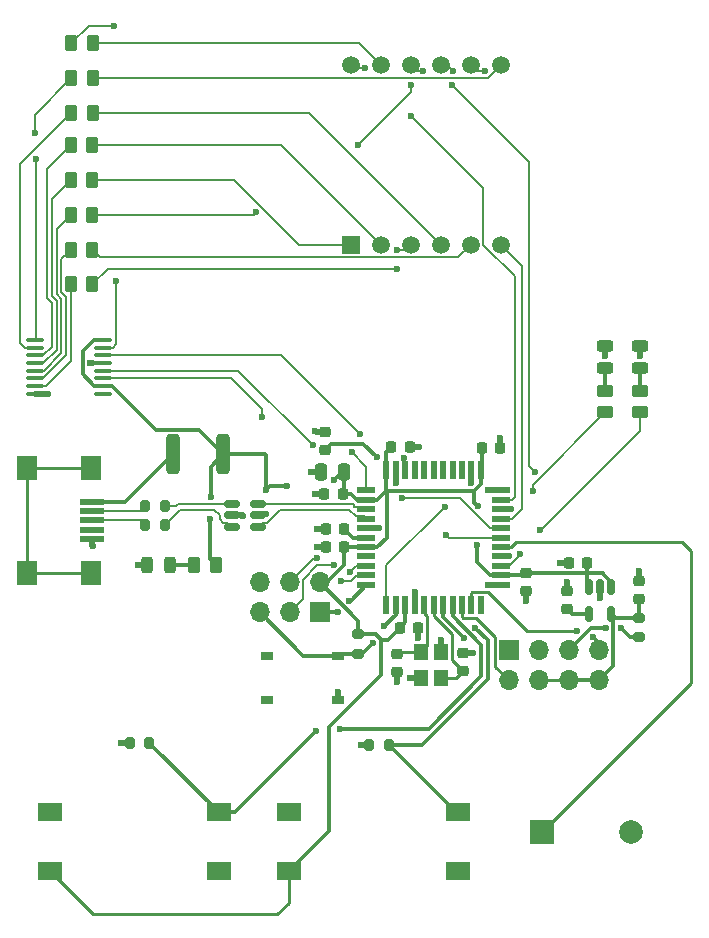
<source format=gbr>
%TF.GenerationSoftware,KiCad,Pcbnew,7.0.1*%
%TF.CreationDate,2023-04-20T13:04:28-06:00*%
%TF.ProjectId,Phase_B_Prototype,50686173-655f-4425-9f50-726f746f7479,rev?*%
%TF.SameCoordinates,Original*%
%TF.FileFunction,Copper,L1,Top*%
%TF.FilePolarity,Positive*%
%FSLAX46Y46*%
G04 Gerber Fmt 4.6, Leading zero omitted, Abs format (unit mm)*
G04 Created by KiCad (PCBNEW 7.0.1) date 2023-04-20 13:04:28*
%MOMM*%
%LPD*%
G01*
G04 APERTURE LIST*
G04 Aperture macros list*
%AMRoundRect*
0 Rectangle with rounded corners*
0 $1 Rounding radius*
0 $2 $3 $4 $5 $6 $7 $8 $9 X,Y pos of 4 corners*
0 Add a 4 corners polygon primitive as box body*
4,1,4,$2,$3,$4,$5,$6,$7,$8,$9,$2,$3,0*
0 Add four circle primitives for the rounded corners*
1,1,$1+$1,$2,$3*
1,1,$1+$1,$4,$5*
1,1,$1+$1,$6,$7*
1,1,$1+$1,$8,$9*
0 Add four rect primitives between the rounded corners*
20,1,$1+$1,$2,$3,$4,$5,0*
20,1,$1+$1,$4,$5,$6,$7,0*
20,1,$1+$1,$6,$7,$8,$9,0*
20,1,$1+$1,$8,$9,$2,$3,0*%
G04 Aperture macros list end*
%TA.AperFunction,SMDPad,CuDef*%
%ADD10RoundRect,0.225000X0.250000X-0.225000X0.250000X0.225000X-0.250000X0.225000X-0.250000X-0.225000X0*%
%TD*%
%TA.AperFunction,SMDPad,CuDef*%
%ADD11RoundRect,0.225000X0.225000X0.250000X-0.225000X0.250000X-0.225000X-0.250000X0.225000X-0.250000X0*%
%TD*%
%TA.AperFunction,SMDPad,CuDef*%
%ADD12RoundRect,0.225000X-0.225000X-0.250000X0.225000X-0.250000X0.225000X0.250000X-0.225000X0.250000X0*%
%TD*%
%TA.AperFunction,SMDPad,CuDef*%
%ADD13RoundRect,0.225000X-0.250000X0.225000X-0.250000X-0.225000X0.250000X-0.225000X0.250000X0.225000X0*%
%TD*%
%TA.AperFunction,SMDPad,CuDef*%
%ADD14RoundRect,0.243750X-0.243750X-0.456250X0.243750X-0.456250X0.243750X0.456250X-0.243750X0.456250X0*%
%TD*%
%TA.AperFunction,SMDPad,CuDef*%
%ADD15RoundRect,0.200000X0.200000X0.275000X-0.200000X0.275000X-0.200000X-0.275000X0.200000X-0.275000X0*%
%TD*%
%TA.AperFunction,ComponentPad*%
%ADD16R,1.700000X1.700000*%
%TD*%
%TA.AperFunction,ComponentPad*%
%ADD17O,1.700000X1.700000*%
%TD*%
%TA.AperFunction,SMDPad,CuDef*%
%ADD18RoundRect,0.250000X-0.262500X-0.450000X0.262500X-0.450000X0.262500X0.450000X-0.262500X0.450000X0*%
%TD*%
%TA.AperFunction,SMDPad,CuDef*%
%ADD19RoundRect,0.150000X-0.150000X0.512500X-0.150000X-0.512500X0.150000X-0.512500X0.150000X0.512500X0*%
%TD*%
%TA.AperFunction,SMDPad,CuDef*%
%ADD20RoundRect,0.250000X0.450000X-0.262500X0.450000X0.262500X-0.450000X0.262500X-0.450000X-0.262500X0*%
%TD*%
%TA.AperFunction,SMDPad,CuDef*%
%ADD21RoundRect,0.243750X-0.456250X0.243750X-0.456250X-0.243750X0.456250X-0.243750X0.456250X0.243750X0*%
%TD*%
%TA.AperFunction,SMDPad,CuDef*%
%ADD22RoundRect,0.200000X-0.275000X0.200000X-0.275000X-0.200000X0.275000X-0.200000X0.275000X0.200000X0*%
%TD*%
%TA.AperFunction,SMDPad,CuDef*%
%ADD23RoundRect,0.100000X-0.637500X-0.100000X0.637500X-0.100000X0.637500X0.100000X-0.637500X0.100000X0*%
%TD*%
%TA.AperFunction,SMDPad,CuDef*%
%ADD24R,1.500000X0.550000*%
%TD*%
%TA.AperFunction,SMDPad,CuDef*%
%ADD25R,0.550000X1.500000*%
%TD*%
%TA.AperFunction,SMDPad,CuDef*%
%ADD26RoundRect,0.250000X0.250000X0.475000X-0.250000X0.475000X-0.250000X-0.475000X0.250000X-0.475000X0*%
%TD*%
%TA.AperFunction,SMDPad,CuDef*%
%ADD27R,2.000000X1.500000*%
%TD*%
%TA.AperFunction,SMDPad,CuDef*%
%ADD28R,1.000000X0.700000*%
%TD*%
%TA.AperFunction,SMDPad,CuDef*%
%ADD29RoundRect,0.250000X-0.312500X-1.450000X0.312500X-1.450000X0.312500X1.450000X-0.312500X1.450000X0*%
%TD*%
%TA.AperFunction,SMDPad,CuDef*%
%ADD30RoundRect,0.200000X-0.200000X-0.275000X0.200000X-0.275000X0.200000X0.275000X-0.200000X0.275000X0*%
%TD*%
%TA.AperFunction,SMDPad,CuDef*%
%ADD31RoundRect,0.250000X0.262500X0.450000X-0.262500X0.450000X-0.262500X-0.450000X0.262500X-0.450000X0*%
%TD*%
%TA.AperFunction,SMDPad,CuDef*%
%ADD32R,1.200000X1.400000*%
%TD*%
%TA.AperFunction,SMDPad,CuDef*%
%ADD33RoundRect,0.150000X-0.512500X-0.150000X0.512500X-0.150000X0.512500X0.150000X-0.512500X0.150000X0*%
%TD*%
%TA.AperFunction,SMDPad,CuDef*%
%ADD34R,2.000000X0.500000*%
%TD*%
%TA.AperFunction,SMDPad,CuDef*%
%ADD35R,1.700000X2.000000*%
%TD*%
%TA.AperFunction,ComponentPad*%
%ADD36R,1.500000X1.500000*%
%TD*%
%TA.AperFunction,ComponentPad*%
%ADD37C,1.500000*%
%TD*%
%TA.AperFunction,ComponentPad*%
%ADD38R,2.000000X2.000000*%
%TD*%
%TA.AperFunction,ComponentPad*%
%ADD39C,2.000000*%
%TD*%
%TA.AperFunction,ViaPad*%
%ADD40C,0.600000*%
%TD*%
%TA.AperFunction,Conductor*%
%ADD41C,0.508000*%
%TD*%
%TA.AperFunction,Conductor*%
%ADD42C,0.203200*%
%TD*%
%TA.AperFunction,Conductor*%
%ADD43C,0.304800*%
%TD*%
%TA.AperFunction,Conductor*%
%ADD44C,0.200000*%
%TD*%
%TA.AperFunction,Conductor*%
%ADD45C,0.250000*%
%TD*%
G04 APERTURE END LIST*
D10*
%TO.P,C14,1*%
%TO.N,+3.3V*%
X166270000Y-105740000D03*
%TO.P,C14,2*%
%TO.N,GND*%
X166270000Y-104190000D03*
%TD*%
%TO.P,C13,1*%
%TO.N,Net-(U5-BP)*%
X160190000Y-106610000D03*
%TO.P,C13,2*%
%TO.N,GND*%
X160190000Y-105060000D03*
%TD*%
D11*
%TO.P,C12,1*%
%TO.N,+5V*%
X161855000Y-102710000D03*
%TO.P,C12,2*%
%TO.N,GND*%
X160305000Y-102710000D03*
%TD*%
D10*
%TO.P,C11,1*%
%TO.N,/AREF*%
X139660000Y-93145000D03*
%TO.P,C11,2*%
%TO.N,GND*%
X139660000Y-91595000D03*
%TD*%
D11*
%TO.P,C10,1*%
%TO.N,/UCAP*%
X141295000Y-99800000D03*
%TO.P,C10,2*%
%TO.N,GND*%
X139745000Y-99800000D03*
%TD*%
D12*
%TO.P,C9,1*%
%TO.N,+5V*%
X152930000Y-92930000D03*
%TO.P,C9,2*%
%TO.N,GND*%
X154480000Y-92930000D03*
%TD*%
%TO.P,C8,1*%
%TO.N,+5V*%
X145285000Y-92860000D03*
%TO.P,C8,2*%
%TO.N,GND*%
X146835000Y-92860000D03*
%TD*%
D13*
%TO.P,C7,1*%
%TO.N,+5V*%
X156710000Y-103560000D03*
%TO.P,C7,2*%
%TO.N,GND*%
X156710000Y-105110000D03*
%TD*%
D11*
%TO.P,C6,1*%
%TO.N,+5V*%
X141305000Y-101380000D03*
%TO.P,C6,2*%
%TO.N,GND*%
X139755000Y-101380000D03*
%TD*%
%TO.P,C5,1*%
%TO.N,+5V*%
X141165000Y-96830000D03*
%TO.P,C5,2*%
%TO.N,GND*%
X139615000Y-96830000D03*
%TD*%
D12*
%TO.P,C3,1*%
%TO.N,+5V*%
X145970000Y-108220000D03*
%TO.P,C3,2*%
%TO.N,GND*%
X147520000Y-108220000D03*
%TD*%
D10*
%TO.P,C2,1*%
%TO.N,XTAL1*%
X151360000Y-111870000D03*
%TO.P,C2,2*%
%TO.N,GND*%
X151360000Y-110320000D03*
%TD*%
D13*
%TO.P,C1,1*%
%TO.N,XTAL2*%
X145730000Y-110425000D03*
%TO.P,C1,2*%
%TO.N,GND*%
X145730000Y-111975000D03*
%TD*%
D14*
%TO.P,D3,1,K*%
%TO.N,GND*%
X124625000Y-102900000D03*
%TO.P,D3,2,A*%
%TO.N,Net-(D3-A)*%
X126500000Y-102900000D03*
%TD*%
D15*
%TO.P,R16,1*%
%TO.N,USB_CONN_D-*%
X126085000Y-97920000D03*
%TO.P,R16,2*%
%TO.N,Net-(J1-D-)*%
X124435000Y-97920000D03*
%TD*%
D16*
%TO.P,J3,1,MISO*%
%TO.N,MISO*%
X139200000Y-106890000D03*
D17*
%TO.P,J3,2,VCC*%
%TO.N,+5V*%
X139200000Y-104350000D03*
%TO.P,J3,3,SCK*%
%TO.N,SCK*%
X136660000Y-106890000D03*
%TO.P,J3,4,MOSI*%
%TO.N,MOSI*%
X136660000Y-104350000D03*
%TO.P,J3,5,~{RST}*%
%TO.N,RST*%
X134120000Y-106890000D03*
%TO.P,J3,6,GND*%
%TO.N,GND*%
X134120000Y-104350000D03*
%TD*%
D18*
%TO.P,R12,1*%
%TO.N,dp*%
X118147500Y-79120000D03*
%TO.P,R12,2*%
%TO.N,Net-(U1-DPX)*%
X119972500Y-79120000D03*
%TD*%
D19*
%TO.P,U5,1,VIN*%
%TO.N,+5V*%
X163910000Y-104712500D03*
%TO.P,U5,2,GND*%
%TO.N,GND*%
X162960000Y-104712500D03*
%TO.P,U5,3,ON/~{OFF}*%
%TO.N,+5V*%
X162010000Y-104712500D03*
%TO.P,U5,4,BP*%
%TO.N,Net-(U5-BP)*%
X162010000Y-106987500D03*
%TO.P,U5,5,VOUT*%
%TO.N,+3.3V*%
X163910000Y-106987500D03*
%TD*%
D20*
%TO.P,R4,1*%
%TO.N,GREEN_LED*%
X166350000Y-89942500D03*
%TO.P,R4,2*%
%TO.N,Net-(D2-A)*%
X166350000Y-88117500D03*
%TD*%
D21*
%TO.P,D2,1,K*%
%TO.N,GND*%
X166360000Y-84327500D03*
%TO.P,D2,2,A*%
%TO.N,Net-(D2-A)*%
X166360000Y-86202500D03*
%TD*%
D16*
%TO.P,J4,1,Pin_1*%
%TO.N,GND*%
X155240000Y-110110000D03*
D17*
%TO.P,J4,2,Pin_2*%
%TO.N,TX*%
X155240000Y-112650000D03*
%TO.P,J4,3,Pin_3*%
%TO.N,unconnected-(J4-Pin_3-Pad3)*%
X157780000Y-110110000D03*
%TO.P,J4,4,Pin_4*%
%TO.N,+3.3V*%
X157780000Y-112650000D03*
%TO.P,J4,5,Pin_5*%
%TO.N,Net-(J4-Pin_5)*%
X160320000Y-110110000D03*
%TO.P,J4,6,Pin_6*%
%TO.N,+3.3V*%
X160320000Y-112650000D03*
%TO.P,J4,7,Pin_7*%
%TO.N,RX*%
X162860000Y-110110000D03*
%TO.P,J4,8,Pin_8*%
%TO.N,+3.3V*%
X162860000Y-112650000D03*
%TD*%
D21*
%TO.P,D1,1,K*%
%TO.N,GND*%
X163360000Y-84337500D03*
%TO.P,D1,2,A*%
%TO.N,Net-(D1-A)*%
X163360000Y-86212500D03*
%TD*%
D22*
%TO.P,R13,1*%
%TO.N,+5V*%
X142460000Y-108725000D03*
%TO.P,R13,2*%
%TO.N,RST*%
X142460000Y-110375000D03*
%TD*%
D18*
%TO.P,R5,1*%
%TO.N,a*%
X118175000Y-58700000D03*
%TO.P,R5,2*%
%TO.N,Net-(U1-a)*%
X120000000Y-58700000D03*
%TD*%
%TO.P,R9,1*%
%TO.N,e*%
X118147500Y-70270000D03*
%TO.P,R9,2*%
%TO.N,Net-(U1-e)*%
X119972500Y-70270000D03*
%TD*%
%TO.P,R10,1*%
%TO.N,f*%
X118147500Y-73220000D03*
%TO.P,R10,2*%
%TO.N,Net-(U1-f)*%
X119972500Y-73220000D03*
%TD*%
D23*
%TO.P,U2,1,QB*%
%TO.N,b*%
X115137500Y-83825000D03*
%TO.P,U2,2,QC*%
%TO.N,c*%
X115137500Y-84475000D03*
%TO.P,U2,3,QD*%
%TO.N,d*%
X115137500Y-85125000D03*
%TO.P,U2,4,QE*%
%TO.N,e*%
X115137500Y-85775000D03*
%TO.P,U2,5,QF*%
%TO.N,f*%
X115137500Y-86425000D03*
%TO.P,U2,6,QG*%
%TO.N,g*%
X115137500Y-87075000D03*
%TO.P,U2,7,QH*%
%TO.N,dp*%
X115137500Y-87725000D03*
%TO.P,U2,8,GND*%
%TO.N,GND*%
X115137500Y-88375000D03*
%TO.P,U2,9,QH'*%
%TO.N,unconnected-(U2-QH'-Pad9)*%
X120862500Y-88375000D03*
%TO.P,U2,10,~{SRCLR}*%
%TO.N,+5V*%
X120862500Y-87725000D03*
%TO.P,U2,11,SRCLK*%
%TO.N,SH_CP*%
X120862500Y-87075000D03*
%TO.P,U2,12,RCLK*%
%TO.N,ST_CP*%
X120862500Y-86425000D03*
%TO.P,U2,13,~{OE}*%
%TO.N,GND*%
X120862500Y-85775000D03*
%TO.P,U2,14,SER*%
%TO.N,DS*%
X120862500Y-85125000D03*
%TO.P,U2,15,QA*%
%TO.N,a*%
X120862500Y-84475000D03*
%TO.P,U2,16,VCC*%
%TO.N,+5V*%
X120862500Y-83825000D03*
%TD*%
D24*
%TO.P,U3,1,PE6*%
%TO.N,SH_CP*%
X143160000Y-96550000D03*
%TO.P,U3,2,UVCC*%
%TO.N,+5V*%
X143160000Y-97350000D03*
%TO.P,U3,3,D-*%
%TO.N,USB_D-*%
X143160000Y-98150000D03*
%TO.P,U3,4,D+*%
%TO.N,USB_D+*%
X143160000Y-98950000D03*
%TO.P,U3,5,UGND*%
%TO.N,GND*%
X143160000Y-99750000D03*
%TO.P,U3,6,UCAP*%
%TO.N,/UCAP*%
X143160000Y-100550000D03*
%TO.P,U3,7,VBUS*%
%TO.N,+5V*%
X143160000Y-101350000D03*
%TO.P,U3,8,PB0*%
%TO.N,unconnected-(U3-PB0-Pad8)*%
X143160000Y-102150000D03*
%TO.P,U3,9,PB1*%
%TO.N,SCK*%
X143160000Y-102950000D03*
%TO.P,U3,10,PB2*%
%TO.N,MOSI*%
X143160000Y-103750000D03*
%TO.P,U3,11,PB3*%
%TO.N,MISO*%
X143160000Y-104550000D03*
D25*
%TO.P,U3,12,PB7*%
%TO.N,Dig3*%
X144860000Y-106250000D03*
%TO.P,U3,13,~{RESET}*%
%TO.N,RST*%
X145660000Y-106250000D03*
%TO.P,U3,14,VCC*%
%TO.N,+5V*%
X146460000Y-106250000D03*
%TO.P,U3,15,GND*%
%TO.N,GND*%
X147260000Y-106250000D03*
%TO.P,U3,16,XTAL2*%
%TO.N,XTAL2*%
X148060000Y-106250000D03*
%TO.P,U3,17,XTAL1*%
%TO.N,XTAL1*%
X148860000Y-106250000D03*
%TO.P,U3,18,PD0*%
%TO.N,Button_2*%
X149660000Y-106250000D03*
%TO.P,U3,19,PD1*%
%TO.N,Button_1*%
X150460000Y-106250000D03*
%TO.P,U3,20,PD2*%
%TO.N,TX*%
X151260000Y-106250000D03*
%TO.P,U3,21,PD3*%
%TO.N,RX*%
X152060000Y-106250000D03*
%TO.P,U3,22,PD5*%
%TO.N,unconnected-(U3-PD5-Pad22)*%
X152860000Y-106250000D03*
D24*
%TO.P,U3,23,GND*%
%TO.N,GND*%
X154560000Y-104550000D03*
%TO.P,U3,24,AVCC*%
%TO.N,+5V*%
X154560000Y-103750000D03*
%TO.P,U3,25,PD4*%
%TO.N,GREEN_LED*%
X154560000Y-102950000D03*
%TO.P,U3,26,PD6*%
%TO.N,Dig2*%
X154560000Y-102150000D03*
%TO.P,U3,27,PD7*%
%TO.N,Buzzer*%
X154560000Y-101350000D03*
%TO.P,U3,28,PB4*%
%TO.N,ST_CP*%
X154560000Y-100550000D03*
%TO.P,U3,29,PB5*%
%TO.N,DS*%
X154560000Y-99750000D03*
%TO.P,U3,30,PB6*%
%TO.N,Dig4*%
X154560000Y-98950000D03*
%TO.P,U3,31,PC6*%
%TO.N,RED_LED*%
X154560000Y-98150000D03*
%TO.P,U3,32,PC7*%
%TO.N,Dig1*%
X154560000Y-97350000D03*
%TO.P,U3,33,~{HWB}/PE2*%
%TO.N,GND*%
X154560000Y-96550000D03*
D25*
%TO.P,U3,34,VCC*%
%TO.N,+5V*%
X152860000Y-94850000D03*
%TO.P,U3,35,GND*%
%TO.N,GND*%
X152060000Y-94850000D03*
%TO.P,U3,36,PF7*%
%TO.N,unconnected-(U3-PF7-Pad36)*%
X151260000Y-94850000D03*
%TO.P,U3,37,PF6*%
%TO.N,unconnected-(U3-PF6-Pad37)*%
X150460000Y-94850000D03*
%TO.P,U3,38,PF5*%
%TO.N,unconnected-(U3-PF5-Pad38)*%
X149660000Y-94850000D03*
%TO.P,U3,39,PF4*%
%TO.N,unconnected-(U3-PF4-Pad39)*%
X148860000Y-94850000D03*
%TO.P,U3,40,PF1*%
%TO.N,unconnected-(U3-PF1-Pad40)*%
X148060000Y-94850000D03*
%TO.P,U3,41,PF0*%
%TO.N,unconnected-(U3-PF0-Pad41)*%
X147260000Y-94850000D03*
%TO.P,U3,42,AREF*%
%TO.N,/AREF*%
X146460000Y-94850000D03*
%TO.P,U3,43,GND*%
%TO.N,GND*%
X145660000Y-94850000D03*
%TO.P,U3,44,AVCC*%
%TO.N,+5V*%
X144860000Y-94850000D03*
%TD*%
D22*
%TO.P,R17,1*%
%TO.N,+3.3V*%
X166260000Y-107350000D03*
%TO.P,R17,2*%
%TO.N,Net-(J4-Pin_5)*%
X166260000Y-109000000D03*
%TD*%
D26*
%TO.P,C4,1*%
%TO.N,+5V*%
X141250000Y-94990000D03*
%TO.P,C4,2*%
%TO.N,GND*%
X139350000Y-94990000D03*
%TD*%
D18*
%TO.P,R11,1*%
%TO.N,g*%
X118147500Y-76170000D03*
%TO.P,R11,2*%
%TO.N,Net-(U1-g)*%
X119972500Y-76170000D03*
%TD*%
D15*
%TO.P,R1,1*%
%TO.N,Button_1*%
X124790000Y-117940000D03*
%TO.P,R1,2*%
%TO.N,GND*%
X123140000Y-117940000D03*
%TD*%
D27*
%TO.P,S1,A1,NO_1*%
%TO.N,unconnected-(S1-NO_1-PadA1)*%
X116400000Y-123800000D03*
%TO.P,S1,B1,NO_2*%
%TO.N,Button_1*%
X130700000Y-123800000D03*
%TO.P,S1,C1,COM_1*%
%TO.N,+5V*%
X116400000Y-128800000D03*
%TO.P,S1,D1,COM_2*%
%TO.N,unconnected-(S1-COM_2-PadD1)*%
X130700000Y-128800000D03*
%TD*%
D28*
%TO.P,S3,1*%
%TO.N,GND*%
X140760000Y-114275000D03*
%TO.P,S3,2*%
%TO.N,N/C*%
X134760000Y-114275000D03*
%TO.P,S3,3*%
%TO.N,RST*%
X140760000Y-110575000D03*
%TO.P,S3,4*%
%TO.N,N/C*%
X134760000Y-110575000D03*
%TD*%
D29*
%TO.P,F2,1*%
%TO.N,Net-(J1-VBUS)*%
X126762500Y-93500000D03*
%TO.P,F2,2*%
%TO.N,+5V*%
X131037500Y-93500000D03*
%TD*%
D18*
%TO.P,R6,1*%
%TO.N,b*%
X118175000Y-61650000D03*
%TO.P,R6,2*%
%TO.N,Net-(U1-b)*%
X120000000Y-61650000D03*
%TD*%
D30*
%TO.P,R15,1*%
%TO.N,Net-(J1-D+)*%
X124450000Y-99500000D03*
%TO.P,R15,2*%
%TO.N,USB_CONN_D+*%
X126100000Y-99500000D03*
%TD*%
D18*
%TO.P,R8,1*%
%TO.N,d*%
X118147500Y-67320000D03*
%TO.P,R8,2*%
%TO.N,Net-(U1-d)*%
X119972500Y-67320000D03*
%TD*%
D31*
%TO.P,R14,1*%
%TO.N,+5V*%
X130425000Y-102900000D03*
%TO.P,R14,2*%
%TO.N,Net-(D3-A)*%
X128600000Y-102900000D03*
%TD*%
D18*
%TO.P,R7,1*%
%TO.N,c*%
X118175000Y-64600000D03*
%TO.P,R7,2*%
%TO.N,Net-(U1-c)*%
X120000000Y-64600000D03*
%TD*%
D32*
%TO.P,Y1,1,1*%
%TO.N,XTAL1*%
X149460000Y-112450000D03*
%TO.P,Y1,2,2*%
%TO.N,GND*%
X149460000Y-110250000D03*
%TO.P,Y1,3,3*%
%TO.N,XTAL2*%
X147760000Y-110250000D03*
%TO.P,Y1,4,4*%
%TO.N,GND*%
X147760000Y-112450000D03*
%TD*%
D33*
%TO.P,U4,1,I/O1*%
%TO.N,USB_CONN_D-*%
X131755000Y-97730000D03*
%TO.P,U4,2,GND*%
%TO.N,GND*%
X131755000Y-98680000D03*
%TO.P,U4,3,I/O2*%
%TO.N,USB_CONN_D+*%
X131755000Y-99630000D03*
%TO.P,U4,4,I/O2*%
%TO.N,USB_D+*%
X134030000Y-99630000D03*
%TO.P,U4,5,VBUS*%
%TO.N,+5V*%
X134030000Y-98680000D03*
%TO.P,U4,6,I/O1*%
%TO.N,USB_D-*%
X134030000Y-97730000D03*
%TD*%
D34*
%TO.P,J1,1,VBUS*%
%TO.N,Net-(J1-VBUS)*%
X119975000Y-97500000D03*
%TO.P,J1,2,D-*%
%TO.N,Net-(J1-D-)*%
X119975000Y-98300000D03*
%TO.P,J1,3,D+*%
%TO.N,Net-(J1-D+)*%
X119975000Y-99100000D03*
%TO.P,J1,4,ID*%
%TO.N,unconnected-(J1-ID-Pad4)*%
X119975000Y-99900000D03*
%TO.P,J1,5,GND*%
%TO.N,GND*%
X119975000Y-100700000D03*
D35*
%TO.P,J1,6,Shield*%
%TO.N,unconnected-(J1-Shield-Pad6)*%
X119875000Y-94650000D03*
X114425000Y-94650000D03*
X119875000Y-103550000D03*
X114425000Y-103550000D03*
%TD*%
D36*
%TO.P,U1,1,e*%
%TO.N,Net-(U1-e)*%
X141850000Y-75777500D03*
D37*
%TO.P,U1,2,d*%
%TO.N,Net-(U1-d)*%
X144390000Y-75777500D03*
%TO.P,U1,3,DPX*%
%TO.N,Net-(U1-DPX)*%
X146930000Y-75777500D03*
%TO.P,U1,4,c*%
%TO.N,Net-(U1-c)*%
X149470000Y-75777500D03*
%TO.P,U1,5,g*%
%TO.N,Net-(U1-g)*%
X152010000Y-75777500D03*
%TO.P,U1,6,CA4*%
%TO.N,Dig4*%
X154550000Y-75777500D03*
%TO.P,U1,7,b*%
%TO.N,Net-(U1-b)*%
X154550000Y-60537500D03*
%TO.P,U1,8,CA3*%
%TO.N,Dig3*%
X152010000Y-60537500D03*
%TO.P,U1,9,CA2*%
%TO.N,Dig2*%
X149470000Y-60537500D03*
%TO.P,U1,10,f*%
%TO.N,Net-(U1-f)*%
X146930000Y-60537500D03*
%TO.P,U1,11,a*%
%TO.N,Net-(U1-a)*%
X144390000Y-60537500D03*
%TO.P,U1,12,CA1*%
%TO.N,Dig1*%
X141850000Y-60537500D03*
%TD*%
D20*
%TO.P,R3,1*%
%TO.N,RED_LED*%
X163400000Y-89942500D03*
%TO.P,R3,2*%
%TO.N,Net-(D1-A)*%
X163400000Y-88117500D03*
%TD*%
D15*
%TO.P,R2,1*%
%TO.N,Button_2*%
X145040000Y-118100000D03*
%TO.P,R2,2*%
%TO.N,GND*%
X143390000Y-118100000D03*
%TD*%
D27*
%TO.P,S2,A1,NO_1*%
%TO.N,unconnected-(S2-NO_1-PadA1)*%
X136600000Y-123800000D03*
%TO.P,S2,B1,NO_2*%
%TO.N,Button_2*%
X150900000Y-123800000D03*
%TO.P,S2,C1,COM_1*%
%TO.N,+5V*%
X136600000Y-128800000D03*
%TO.P,S2,D1,COM_2*%
%TO.N,unconnected-(S2-COM_2-PadD1)*%
X150900000Y-128800000D03*
%TD*%
D38*
%TO.P,LS1,1,1*%
%TO.N,Buzzer*%
X158000000Y-125500000D03*
D39*
%TO.P,LS1,2,2*%
%TO.N,GND*%
X165600000Y-125500000D03*
%TD*%
D40*
%TO.N,/AREF*%
X144030000Y-93770000D03*
X146318258Y-93779665D03*
%TO.N,GND*%
X147610000Y-92860000D03*
%TO.N,+5V*%
X136410000Y-96190000D03*
X140440000Y-95640000D03*
%TO.N,GND*%
X138500000Y-94980000D03*
X166270000Y-103420000D03*
X159550000Y-102730000D03*
X160180000Y-104300000D03*
X156710000Y-105890000D03*
%TO.N,+5V*%
X152573442Y-97866558D03*
X152540000Y-101151100D03*
%TO.N,GND*%
X153500000Y-104550000D03*
X149470000Y-109220000D03*
X153500000Y-96540000D03*
X166350000Y-85142500D03*
X138990000Y-99800000D03*
X162960000Y-105690000D03*
X154470000Y-92120000D03*
X142670000Y-118085000D03*
X145740000Y-112760000D03*
X138830000Y-91560000D03*
X145670000Y-95920000D03*
X152060000Y-95910000D03*
X146840000Y-112420000D03*
X163350000Y-85152500D03*
X132735000Y-98690000D03*
X119790000Y-85770000D03*
X119980000Y-101270000D03*
X138840000Y-96860000D03*
X122400000Y-117920000D03*
X138980000Y-101390000D03*
X140780000Y-113610000D03*
X116200000Y-88390000D03*
X147280000Y-105180000D03*
X152150000Y-110330000D03*
X123820000Y-102910000D03*
X147500000Y-109020000D03*
X144220000Y-99760000D03*
%TO.N,Button_1*%
X140960000Y-116790000D03*
X138920000Y-116930000D03*
%TO.N,Button_2*%
X151399137Y-109040863D03*
X152376064Y-108173936D03*
%TO.N,RED_LED*%
X157280000Y-96600000D03*
X155391694Y-98117776D03*
%TO.N,GREEN_LED*%
X157850000Y-99910000D03*
X156166823Y-101974500D03*
%TO.N,a*%
X122000000Y-78790000D03*
X121820000Y-57220000D03*
%TO.N,b*%
X115067458Y-66300000D03*
X115220000Y-68530000D03*
%TO.N,Net-(U1-f)*%
X142420000Y-67340000D03*
X147970000Y-61048900D03*
X133824958Y-73005042D03*
X146980000Y-62251100D03*
%TO.N,Net-(U1-DPX)*%
X145770000Y-77800000D03*
X145740000Y-76228000D03*
%TO.N,+5V*%
X129970000Y-97130500D03*
X134670000Y-96500000D03*
X134638744Y-98522330D03*
X129890000Y-98980000D03*
%TO.N,Dig3*%
X149800000Y-97930000D03*
X153168708Y-61048900D03*
%TO.N,Dig2*%
X150440000Y-62251100D03*
X155250415Y-102124501D03*
X157480000Y-95000000D03*
X150500000Y-61048900D03*
%TO.N,Dig1*%
X146920000Y-64830000D03*
X143040000Y-60820000D03*
%TO.N,SH_CP*%
X141910000Y-93300000D03*
X134350000Y-90380000D03*
%TO.N,ST_CP*%
X149930000Y-100330000D03*
X138605000Y-92745000D03*
%TO.N,DS*%
X142650000Y-91800000D03*
X146220000Y-97231700D03*
%TO.N,RST*%
X143740000Y-109440000D03*
X144680000Y-108073100D03*
%TO.N,MISO*%
X140779037Y-106850963D03*
X141660963Y-105889037D03*
%TO.N,SCK*%
X140400000Y-102900000D03*
X141775963Y-103435963D03*
%TO.N,MOSI*%
X139007130Y-102299069D03*
X141005963Y-104205963D03*
%TO.N,Net-(J4-Pin_5)*%
X163410500Y-108220000D03*
X164720000Y-108210000D03*
%TO.N,RX*%
X162365963Y-108985963D03*
X161004037Y-108504037D03*
%TD*%
D41*
%TO.N,GND*%
X145660000Y-95910000D02*
X145660000Y-94850000D01*
X145670000Y-95920000D02*
X145660000Y-95910000D01*
X138865000Y-91595000D02*
X138830000Y-91560000D01*
X139660000Y-91595000D02*
X138865000Y-91595000D01*
D42*
%TO.N,ST_CP*%
X132285000Y-86425000D02*
X120862500Y-86425000D01*
X138605000Y-92745000D02*
X132285000Y-86425000D01*
D41*
%TO.N,GND*%
X154480000Y-92930000D02*
X154480000Y-92130000D01*
X154480000Y-92130000D02*
X154470000Y-92120000D01*
D43*
%TO.N,+5V*%
X152930000Y-94780000D02*
X152860000Y-94850000D01*
X152930000Y-92930000D02*
X152930000Y-94780000D01*
%TO.N,/AREF*%
X146318258Y-94708258D02*
X146460000Y-94850000D01*
X146318258Y-93779665D02*
X146318258Y-94708258D01*
X140157400Y-92647600D02*
X142907600Y-92647600D01*
X142907600Y-92647600D02*
X144030000Y-93770000D01*
X139660000Y-93145000D02*
X140157400Y-92647600D01*
%TO.N,+5V*%
X144860000Y-93285000D02*
X144860000Y-94850000D01*
X145285000Y-92860000D02*
X144860000Y-93285000D01*
D41*
%TO.N,GND*%
X146835000Y-92860000D02*
X147610000Y-92860000D01*
D43*
%TO.N,+5V*%
X134980000Y-96190000D02*
X134670000Y-96500000D01*
X136410000Y-96190000D02*
X134980000Y-96190000D01*
X141090000Y-94990000D02*
X140440000Y-95640000D01*
X141250000Y-94990000D02*
X141090000Y-94990000D01*
X142369790Y-97350000D02*
X143160000Y-97350000D01*
X141165000Y-96830000D02*
X141849790Y-96830000D01*
X141849790Y-96830000D02*
X142369790Y-97350000D01*
X141250000Y-94990000D02*
X141250000Y-96745000D01*
X141250000Y-96745000D02*
X141165000Y-96830000D01*
D41*
%TO.N,GND*%
X138870000Y-96830000D02*
X138840000Y-96860000D01*
X139615000Y-96830000D02*
X138870000Y-96830000D01*
X139350000Y-94990000D02*
X138510000Y-94990000D01*
X138510000Y-94990000D02*
X138500000Y-94980000D01*
D44*
%TO.N,USB_D-*%
X142771397Y-97925000D02*
X142996397Y-98150000D01*
X142110000Y-97925000D02*
X142771397Y-97925000D01*
X142110000Y-97730000D02*
X142110000Y-97925000D01*
X134030000Y-97730000D02*
X142110000Y-97730000D01*
%TO.N,USB_D+*%
X142273631Y-98725000D02*
X142935000Y-98725000D01*
X134728896Y-99280000D02*
X135828895Y-98180001D01*
X134380000Y-99280000D02*
X134728896Y-99280000D01*
X142935000Y-98725000D02*
X143160000Y-98950000D01*
X135828895Y-98180001D02*
X141728632Y-98180001D01*
X134030000Y-99630000D02*
X134380000Y-99280000D01*
X141728632Y-98180001D02*
X142273631Y-98725000D01*
D43*
%TO.N,+5V*%
X139872633Y-104350000D02*
X139200000Y-104350000D01*
X141305000Y-101380000D02*
X141305000Y-102917633D01*
X141305000Y-102917633D02*
X139872633Y-104350000D01*
X143130000Y-101380000D02*
X143160000Y-101350000D01*
X141305000Y-101380000D02*
X143130000Y-101380000D01*
%TO.N,/UCAP*%
X142045000Y-100550000D02*
X143160000Y-100550000D01*
X141295000Y-99800000D02*
X142045000Y-100550000D01*
D41*
%TO.N,GND*%
X138990000Y-101380000D02*
X138980000Y-101390000D01*
X139755000Y-101380000D02*
X138990000Y-101380000D01*
X139745000Y-99800000D02*
X138990000Y-99800000D01*
D43*
%TO.N,RST*%
X145660000Y-107093100D02*
X145660000Y-106250000D01*
X144680000Y-108073100D02*
X145660000Y-107093100D01*
%TO.N,+5V*%
X144982633Y-109207367D02*
X144430000Y-109207367D01*
X145970000Y-108220000D02*
X144982633Y-109207367D01*
X146460000Y-107730000D02*
X146460000Y-106250000D01*
X145970000Y-108220000D02*
X146460000Y-107730000D01*
D45*
%TO.N,XTAL2*%
X148060000Y-106920000D02*
X148060000Y-106250000D01*
X148295000Y-109715000D02*
X148295000Y-107155000D01*
X148295000Y-107155000D02*
X148060000Y-106920000D01*
X147760000Y-110250000D02*
X148295000Y-109715000D01*
D41*
%TO.N,GND*%
X147520000Y-109000000D02*
X147500000Y-109020000D01*
X147520000Y-108220000D02*
X147520000Y-109000000D01*
D43*
%TO.N,+5V*%
X140000000Y-116589800D02*
X140000000Y-125400000D01*
X140000000Y-125400000D02*
X136600000Y-128800000D01*
X144430000Y-112159800D02*
X140000000Y-116589800D01*
X144430000Y-109207367D02*
X144430000Y-112159800D01*
X143947633Y-108725000D02*
X144430000Y-109207367D01*
X142460000Y-108725000D02*
X143947633Y-108725000D01*
D45*
%TO.N,XTAL2*%
X145905000Y-110250000D02*
X145730000Y-110425000D01*
X147760000Y-110250000D02*
X145905000Y-110250000D01*
D43*
%TO.N,RST*%
X142805000Y-110375000D02*
X142460000Y-110375000D01*
X143740000Y-109440000D02*
X142805000Y-110375000D01*
D41*
%TO.N,GND*%
X145740000Y-111985000D02*
X145730000Y-111975000D01*
X145740000Y-112760000D02*
X145740000Y-111985000D01*
X152140000Y-110320000D02*
X152150000Y-110330000D01*
X151360000Y-110320000D02*
X152140000Y-110320000D01*
D43*
%TO.N,Button_1*%
X152910000Y-109629800D02*
X150460000Y-107179800D01*
X152910000Y-112310000D02*
X152910000Y-109629800D01*
X148430000Y-116790000D02*
X152910000Y-112310000D01*
X150460000Y-107179800D02*
X150460000Y-106250000D01*
X140960000Y-116790000D02*
X148430000Y-116790000D01*
%TO.N,Button_2*%
X153420000Y-112513896D02*
X153420000Y-109217872D01*
X147833896Y-118100000D02*
X153420000Y-112513896D01*
X153420000Y-109217872D02*
X152376064Y-108173936D01*
X145040000Y-118100000D02*
X147833896Y-118100000D01*
D45*
%TO.N,XTAL1*%
X150385000Y-108701872D02*
X148860000Y-107176872D01*
X150385000Y-110895000D02*
X150385000Y-108701872D01*
X151360000Y-111870000D02*
X150385000Y-110895000D01*
X148860000Y-107176872D02*
X148860000Y-106250000D01*
X150780000Y-112450000D02*
X151360000Y-111870000D01*
X149460000Y-112450000D02*
X150780000Y-112450000D01*
D43*
%TO.N,+5V*%
X163171751Y-103590000D02*
X163306751Y-103725000D01*
X161855000Y-103590000D02*
X163171751Y-103590000D01*
X156710000Y-103560000D02*
X161825000Y-103560000D01*
X161825000Y-103560000D02*
X161855000Y-103590000D01*
X161855000Y-103590000D02*
X161855000Y-104557500D01*
X161855000Y-102710000D02*
X161855000Y-103590000D01*
X161855000Y-104557500D02*
X162010000Y-104712500D01*
%TO.N,Net-(U5-BP)*%
X160567500Y-106987500D02*
X160190000Y-106610000D01*
X162010000Y-106987500D02*
X160567500Y-106987500D01*
%TO.N,+3.3V*%
X164272500Y-107350000D02*
X163910000Y-106987500D01*
X166260000Y-107350000D02*
X164272500Y-107350000D01*
X166270000Y-107340000D02*
X166260000Y-107350000D01*
X166270000Y-105740000D02*
X166270000Y-107340000D01*
D45*
%TO.N,+5V*%
X163910000Y-104328249D02*
X163306751Y-103725000D01*
X163910000Y-104712500D02*
X163910000Y-104328249D01*
D43*
X162010000Y-104712500D02*
X162010000Y-104565000D01*
X156520000Y-103750000D02*
X156710000Y-103560000D01*
X154560000Y-103750000D02*
X156520000Y-103750000D01*
D41*
%TO.N,GND*%
X166270000Y-104190000D02*
X166270000Y-103420000D01*
X159570000Y-102710000D02*
X159550000Y-102730000D01*
X160305000Y-102710000D02*
X159570000Y-102710000D01*
X160190000Y-104310000D02*
X160180000Y-104300000D01*
X160190000Y-105060000D02*
X160190000Y-104310000D01*
X156710000Y-105110000D02*
X156710000Y-105890000D01*
D45*
%TO.N,Buzzer*%
X170640000Y-101680000D02*
X169870000Y-100910000D01*
X158000000Y-125500000D02*
X170640000Y-112860000D01*
X155405000Y-101350000D02*
X154560000Y-101350000D01*
X170640000Y-112860000D02*
X170640000Y-101680000D01*
X169870000Y-100910000D02*
X155845000Y-100910000D01*
X155845000Y-100910000D02*
X155405000Y-101350000D01*
D43*
%TO.N,Net-(J4-Pin_5)*%
X165510000Y-109000000D02*
X164720000Y-108210000D01*
%TO.N,+5V*%
X163910000Y-104289499D02*
X163910000Y-104712500D01*
D42*
%TO.N,SH_CP*%
X131726900Y-87075000D02*
X120862500Y-87075000D01*
X134350000Y-89698100D02*
X131726900Y-87075000D01*
X134350000Y-90380000D02*
X134350000Y-89698100D01*
%TO.N,b*%
X115067458Y-66300000D02*
X115067458Y-64757542D01*
X115067458Y-64757542D02*
X118175000Y-61650000D01*
D41*
%TO.N,GND*%
X149460000Y-109230000D02*
X149470000Y-109220000D01*
X149460000Y-110250000D02*
X149460000Y-109230000D01*
X146870000Y-112450000D02*
X147760000Y-112450000D01*
X146840000Y-112420000D02*
X146870000Y-112450000D01*
D42*
%TO.N,Dig3*%
X153168708Y-61048900D02*
X152521400Y-61048900D01*
X152521400Y-61048900D02*
X152010000Y-60537500D01*
D43*
%TO.N,+5V*%
X153630200Y-103750000D02*
X154560000Y-103750000D01*
X152540000Y-102659800D02*
X153630200Y-103750000D01*
X152540000Y-101151100D02*
X152540000Y-102659800D01*
X152312833Y-97605949D02*
X152573442Y-97866558D01*
X152312833Y-96579800D02*
X152312833Y-97605949D01*
D45*
%TO.N,unconnected-(J1-Shield-Pad6)*%
X119875000Y-103550000D02*
X114425000Y-103550000D01*
X114425000Y-103550000D02*
X114425000Y-94650000D01*
X119875000Y-94650000D02*
X114425000Y-94650000D01*
D42*
%TO.N,DS*%
X120862500Y-85125000D02*
X135975000Y-85125000D01*
X135975000Y-85125000D02*
X142650000Y-91800000D01*
%TO.N,Net-(U1-g)*%
X150958400Y-76829100D02*
X152010000Y-75777500D01*
X122139100Y-76829100D02*
X150958400Y-76829100D01*
X122130000Y-76820000D02*
X122139100Y-76829100D01*
X120622500Y-76820000D02*
X122130000Y-76820000D01*
X119972500Y-76170000D02*
X120622500Y-76820000D01*
D41*
%TO.N,GND*%
X119975000Y-101265000D02*
X119980000Y-101270000D01*
X119986526Y-85770000D02*
X119995526Y-85779000D01*
X116200000Y-88390000D02*
X116189000Y-88379000D01*
X132725000Y-98680000D02*
X132735000Y-98690000D01*
X116189000Y-88379000D02*
X115137500Y-88379000D01*
X152060000Y-94850000D02*
X152060000Y-95910000D01*
X142685000Y-118100000D02*
X142670000Y-118085000D01*
X147260000Y-105200000D02*
X147280000Y-105180000D01*
X131755000Y-98680000D02*
X132725000Y-98680000D01*
X119790000Y-85770000D02*
X119986526Y-85770000D01*
X166360000Y-85132500D02*
X166350000Y-85142500D01*
X140760000Y-113630000D02*
X140780000Y-113610000D01*
X154560000Y-104550000D02*
X153500000Y-104550000D01*
X166360000Y-84327500D02*
X166360000Y-85132500D01*
X124625000Y-102900000D02*
X123830000Y-102900000D01*
X123830000Y-102900000D02*
X123820000Y-102910000D01*
X154560000Y-96550000D02*
X153510000Y-96550000D01*
X119975000Y-100700000D02*
X119975000Y-101265000D01*
X163360000Y-84337500D02*
X163360000Y-85142500D01*
X140760000Y-114275000D02*
X140760000Y-113630000D01*
X143160000Y-99750000D02*
X144210000Y-99750000D01*
X123140000Y-117940000D02*
X122420000Y-117940000D01*
X144210000Y-99750000D02*
X144220000Y-99760000D01*
X143390000Y-118100000D02*
X142685000Y-118100000D01*
X122420000Y-117940000D02*
X122400000Y-117920000D01*
X147260000Y-106250000D02*
X147260000Y-105200000D01*
X162960000Y-104712500D02*
X162960000Y-105690000D01*
X153510000Y-96550000D02*
X153500000Y-96540000D01*
X163360000Y-85142500D02*
X163350000Y-85152500D01*
D43*
%TO.N,Net-(D1-A)*%
X163360000Y-88077500D02*
X163400000Y-88117500D01*
X163360000Y-86212500D02*
X163360000Y-88077500D01*
%TO.N,Net-(D2-A)*%
X166350000Y-86212500D02*
X166360000Y-86202500D01*
X166350000Y-88117500D02*
X166350000Y-86212500D01*
%TO.N,Button_1*%
X132050000Y-123800000D02*
X138920000Y-116930000D01*
X130650000Y-123800000D02*
X124790000Y-117940000D01*
X130700000Y-123800000D02*
X130650000Y-123800000D01*
X130700000Y-123800000D02*
X132050000Y-123800000D01*
%TO.N,Button_2*%
X149660000Y-107301726D02*
X149660000Y-106250000D01*
X150740000Y-123800000D02*
X145040000Y-118100000D01*
X150900000Y-123800000D02*
X150740000Y-123800000D01*
X151399137Y-109040863D02*
X149660000Y-107301726D01*
D42*
%TO.N,RED_LED*%
X157280000Y-96062500D02*
X163400000Y-89942500D01*
X154560000Y-98150000D02*
X155359470Y-98150000D01*
X157280000Y-96600000D02*
X157280000Y-96062500D01*
X155359470Y-98150000D02*
X155391694Y-98117776D01*
%TO.N,GREEN_LED*%
X157930791Y-99910000D02*
X166350000Y-91490791D01*
X157850000Y-99910000D02*
X157930791Y-99910000D01*
X156166823Y-102058177D02*
X156166823Y-101974500D01*
X166350000Y-91490791D02*
X166350000Y-89942500D01*
X154560000Y-102950000D02*
X155275000Y-102950000D01*
X155275000Y-102950000D02*
X156166823Y-102058177D01*
%TO.N,a*%
X119655000Y-57220000D02*
X121820000Y-57220000D01*
X122000000Y-78790000D02*
X122000000Y-84180000D01*
X118175000Y-58700000D02*
X119655000Y-57220000D01*
X122000000Y-84180000D02*
X121705000Y-84475000D01*
X121705000Y-84475000D02*
X120862500Y-84475000D01*
%TO.N,Net-(U1-a)*%
X120000000Y-58700000D02*
X142552500Y-58700000D01*
X142552500Y-58700000D02*
X144390000Y-60537500D01*
%TO.N,b*%
X115220000Y-68530000D02*
X115220000Y-83742500D01*
X115220000Y-83742500D02*
X115137500Y-83825000D01*
%TO.N,Net-(U1-b)*%
X153437500Y-61650000D02*
X154550000Y-60537500D01*
X120000000Y-61650000D02*
X153437500Y-61650000D01*
%TO.N,c*%
X118175000Y-64600000D02*
X113860000Y-68915000D01*
X113860000Y-68915000D02*
X113860000Y-84080000D01*
X113860000Y-84080000D02*
X114255000Y-84475000D01*
X114255000Y-84475000D02*
X115137500Y-84475000D01*
%TO.N,Net-(U1-c)*%
X138292500Y-64600000D02*
X149470000Y-75777500D01*
X120000000Y-64600000D02*
X138292500Y-64600000D01*
%TO.N,d*%
X116534700Y-84383248D02*
X115792948Y-85125000D01*
X118147500Y-67320000D02*
X116123800Y-69343700D01*
X116534700Y-80710410D02*
X116534700Y-84383248D01*
X115792948Y-85125000D02*
X115137500Y-85125000D01*
X116123800Y-80299510D02*
X116534700Y-80710410D01*
X116123800Y-69343700D02*
X116123800Y-80299510D01*
%TO.N,Net-(U1-d)*%
X119972500Y-67320000D02*
X135932500Y-67320000D01*
X135932500Y-67320000D02*
X144390000Y-75777500D01*
%TO.N,e*%
X118147500Y-70270000D02*
X116527000Y-71890500D01*
X116527000Y-80132500D02*
X116937900Y-80543400D01*
X116937900Y-80543400D02*
X116937900Y-84632100D01*
X116937900Y-84632100D02*
X115795000Y-85775000D01*
X115795000Y-85775000D02*
X115137500Y-85775000D01*
X116527000Y-71890500D02*
X116527000Y-80132500D01*
%TO.N,Net-(U1-e)*%
X137447500Y-75777500D02*
X141850000Y-75777500D01*
X119972500Y-70270000D02*
X131940000Y-70270000D01*
X131940000Y-70270000D02*
X137447500Y-75777500D01*
%TO.N,f*%
X116930200Y-79965490D02*
X117341100Y-80376390D01*
X116930200Y-74437300D02*
X116930200Y-79965490D01*
X117341100Y-80376390D02*
X117341100Y-84958690D01*
X117341100Y-84958690D02*
X115874790Y-86425000D01*
X115874790Y-86425000D02*
X115137500Y-86425000D01*
X118147500Y-73220000D02*
X116930200Y-74437300D01*
%TO.N,Net-(U1-f)*%
X147441400Y-61048900D02*
X146930000Y-60537500D01*
X119972500Y-73220000D02*
X133610000Y-73220000D01*
X146980000Y-62780000D02*
X146980000Y-62251100D01*
X147970000Y-61048900D02*
X147441400Y-61048900D01*
X133610000Y-73220000D02*
X133824958Y-73005042D01*
X146930000Y-62830000D02*
X146980000Y-62780000D01*
X142420000Y-67340000D02*
X146930000Y-62830000D01*
%TO.N,g*%
X117744300Y-85125700D02*
X115795000Y-87075000D01*
X115795000Y-87075000D02*
X115137500Y-87075000D01*
X117333400Y-76984100D02*
X117333400Y-79798480D01*
X117744300Y-80209380D02*
X117744300Y-85125700D01*
X117333400Y-79798480D02*
X117744300Y-80209380D01*
X118147500Y-76170000D02*
X117333400Y-76984100D01*
%TO.N,dp*%
X118147500Y-85591709D02*
X116014209Y-87725000D01*
X118147500Y-79120000D02*
X118147500Y-85591709D01*
X116014209Y-87725000D02*
X115137500Y-87725000D01*
%TO.N,Net-(U1-DPX)*%
X119972500Y-79120000D02*
X121292500Y-77800000D01*
X121292500Y-77800000D02*
X145770000Y-77800000D01*
X146479500Y-76228000D02*
X146930000Y-75777500D01*
X145740000Y-76228000D02*
X146479500Y-76228000D01*
D43*
%TO.N,+5V*%
X120135210Y-87725000D02*
X119137600Y-86727390D01*
X144872400Y-100567400D02*
X144089800Y-101350000D01*
X144089800Y-101350000D02*
X143160000Y-101350000D01*
X125312390Y-91447600D02*
X121589790Y-87725000D01*
X121589790Y-87725000D02*
X120862500Y-87725000D01*
X144860000Y-96579800D02*
X144089800Y-97350000D01*
X152860000Y-96032633D02*
X152860000Y-94850000D01*
X142460000Y-107610000D02*
X139200000Y-104350000D01*
X120085000Y-83825000D02*
X120862500Y-83825000D01*
X144872400Y-96592200D02*
X144872400Y-100567400D01*
X134670000Y-96500000D02*
X134670000Y-93550000D01*
X129970000Y-94567500D02*
X131037500Y-93500000D01*
X130425000Y-102900000D02*
X129890000Y-102365000D01*
X144860000Y-94850000D02*
X144860000Y-96579800D01*
D45*
X135620000Y-132440000D02*
X136600000Y-131460000D01*
D43*
X131037500Y-93500000D02*
X134620000Y-93500000D01*
D45*
X120040000Y-132440000D02*
X135620000Y-132440000D01*
D43*
X129890000Y-102365000D02*
X129890000Y-98980000D01*
X125312390Y-91447600D02*
X128985100Y-91447600D01*
X134670000Y-93550000D02*
X134620000Y-93500000D01*
X128985100Y-91447600D02*
X131037500Y-93500000D01*
X134481074Y-98680000D02*
X134638744Y-98522330D01*
X119137600Y-86727390D02*
X119137600Y-84772400D01*
X119137600Y-84772400D02*
X120085000Y-83825000D01*
D45*
X116400000Y-128800000D02*
X120040000Y-132440000D01*
D43*
X142460000Y-108725000D02*
X142460000Y-107610000D01*
X134030000Y-98680000D02*
X134481074Y-98680000D01*
X120862500Y-87725000D02*
X120135210Y-87725000D01*
X152312833Y-96579800D02*
X152860000Y-96032633D01*
X144860000Y-96579800D02*
X144872400Y-96592200D01*
X144089800Y-97350000D02*
X143160000Y-97350000D01*
X129970000Y-97130500D02*
X129970000Y-94567500D01*
D45*
X136600000Y-131460000D02*
X136600000Y-128800000D01*
D43*
X144860000Y-96579800D02*
X152312833Y-96579800D01*
D42*
%TO.N,Dig4*%
X156350000Y-77577500D02*
X156350000Y-98113200D01*
X154550000Y-75777500D02*
X156350000Y-77577500D01*
X155513200Y-98950000D02*
X154560000Y-98950000D01*
X156350000Y-98113200D02*
X155513200Y-98950000D01*
%TO.N,Dig3*%
X149800000Y-97930000D02*
X144860000Y-102870000D01*
X144860000Y-102870000D02*
X144860000Y-106250000D01*
%TO.N,Dig2*%
X155250415Y-102124501D02*
X154585499Y-102124501D01*
X156951600Y-94471600D02*
X157480000Y-95000000D01*
X149988600Y-60537500D02*
X150500000Y-61048900D01*
X149470000Y-60537500D02*
X149988600Y-60537500D01*
X154585499Y-102124501D02*
X154560000Y-102150000D01*
X150440000Y-62251100D02*
X156951600Y-68762700D01*
X156951600Y-68762700D02*
X156951600Y-94471600D01*
%TO.N,Dig1*%
X155727657Y-78442344D02*
X153061600Y-75776287D01*
X155727657Y-97101972D02*
X155727657Y-78442344D01*
X142132500Y-60820000D02*
X141850000Y-60537500D01*
X154560000Y-97350000D02*
X155479629Y-97350000D01*
X153061600Y-70971600D02*
X146920000Y-64830000D01*
X155479629Y-97350000D02*
X155727657Y-97101972D01*
X143040000Y-60820000D02*
X142132500Y-60820000D01*
X153061600Y-75776287D02*
X153061600Y-70971600D01*
%TO.N,SH_CP*%
X143160000Y-96550000D02*
X143160000Y-94550000D01*
X143160000Y-94550000D02*
X141910000Y-93300000D01*
%TO.N,ST_CP*%
X150150000Y-100550000D02*
X154560000Y-100550000D01*
X149930000Y-100330000D02*
X150150000Y-100550000D01*
%TO.N,DS*%
X154560000Y-99750000D02*
X153606800Y-99750000D01*
X153606800Y-99750000D02*
X151088500Y-97231700D01*
X151088500Y-97231700D02*
X146220000Y-97231700D01*
D43*
%TO.N,RST*%
X134120000Y-106890000D02*
X137805000Y-110575000D01*
X140960000Y-110375000D02*
X140760000Y-110575000D01*
X137805000Y-110575000D02*
X140760000Y-110575000D01*
X142460000Y-110375000D02*
X140960000Y-110375000D01*
%TO.N,+3.3V*%
X164062400Y-111447600D02*
X162860000Y-112650000D01*
X162860000Y-112650000D02*
X160320000Y-112650000D01*
X164062400Y-107139900D02*
X164062400Y-111447600D01*
D45*
X157780000Y-112650000D02*
X160320000Y-112650000D01*
D42*
%TO.N,Net-(J1-D-)*%
X119975000Y-98300000D02*
X124055000Y-98300000D01*
X124055000Y-98300000D02*
X124435000Y-97920000D01*
%TO.N,Net-(J1-D+)*%
X124050000Y-99100000D02*
X124450000Y-99500000D01*
X119975000Y-99100000D02*
X124050000Y-99100000D01*
D43*
%TO.N,MISO*%
X140740000Y-106890000D02*
X140779037Y-106850963D01*
X141820963Y-105889037D02*
X143160000Y-104550000D01*
X139200000Y-106890000D02*
X140740000Y-106890000D01*
X141660963Y-105889037D02*
X141820963Y-105889037D01*
D42*
%TO.N,SCK*%
X137811600Y-104109791D02*
X137811600Y-105738400D01*
X143160000Y-102950000D02*
X142261926Y-102950000D01*
X137811600Y-105738400D02*
X136660000Y-106890000D01*
X140400000Y-102900000D02*
X139021391Y-102900000D01*
X139021391Y-102900000D02*
X137811600Y-104109791D01*
X142261926Y-102950000D02*
X141775963Y-103435963D01*
%TO.N,MOSI*%
X141875837Y-104205963D02*
X141005963Y-104205963D01*
X143160000Y-103750000D02*
X142331800Y-103750000D01*
X139007130Y-102299069D02*
X138710931Y-102299069D01*
X142331800Y-103750000D02*
X141875837Y-104205963D01*
X138710931Y-102299069D02*
X136660000Y-104350000D01*
D45*
%TO.N,TX*%
X151335000Y-107325000D02*
X151260000Y-107250000D01*
X151260000Y-107250000D02*
X151260000Y-106250000D01*
X152440000Y-107325000D02*
X151335000Y-107325000D01*
X155240000Y-112650000D02*
X154065000Y-111475000D01*
X154065000Y-111475000D02*
X154065000Y-108950000D01*
X154065000Y-108950000D02*
X152440000Y-107325000D01*
D43*
%TO.N,Net-(J4-Pin_5)*%
X166260000Y-109000000D02*
X165510000Y-109000000D01*
X163410500Y-108220000D02*
X162210000Y-108220000D01*
X162210000Y-108220000D02*
X160320000Y-110110000D01*
D45*
%TO.N,RX*%
X153460000Y-105175000D02*
X152135000Y-105175000D01*
X156789037Y-108504037D02*
X153460000Y-105175000D01*
X161004037Y-108504037D02*
X156789037Y-108504037D01*
X162860000Y-110110000D02*
X162860000Y-109480000D01*
X152060000Y-105250000D02*
X152060000Y-106250000D01*
X162860000Y-109480000D02*
X162365963Y-108985963D01*
X152135000Y-105175000D02*
X152060000Y-105250000D01*
D44*
%TO.N,USB_CONN_D+*%
X130305001Y-98180001D02*
X130792500Y-98667500D01*
X130792500Y-99016396D02*
X131056104Y-99280000D01*
X131056104Y-99280000D02*
X131405000Y-99280000D01*
X130792500Y-98667500D02*
X130792500Y-99016396D01*
X126100000Y-99500000D02*
X127419999Y-98180001D01*
X131405000Y-99280000D02*
X131755000Y-99630000D01*
X127419999Y-98180001D02*
X130305001Y-98180001D01*
%TO.N,USB_CONN_D-*%
X126085000Y-97920000D02*
X127043603Y-97920000D01*
X127043603Y-97920000D02*
X127233603Y-97730000D01*
X127233603Y-97730000D02*
X131755000Y-97730000D01*
%TO.N,USB_D-*%
X142996397Y-98150000D02*
X143160000Y-98150000D01*
D43*
%TO.N,Net-(D3-A)*%
X128600000Y-102900000D02*
X126500000Y-102900000D01*
%TO.N,Net-(J1-VBUS)*%
X119975000Y-97500000D02*
X122762500Y-97500000D01*
X122762500Y-97500000D02*
X126762500Y-93500000D01*
%TD*%
M02*

</source>
